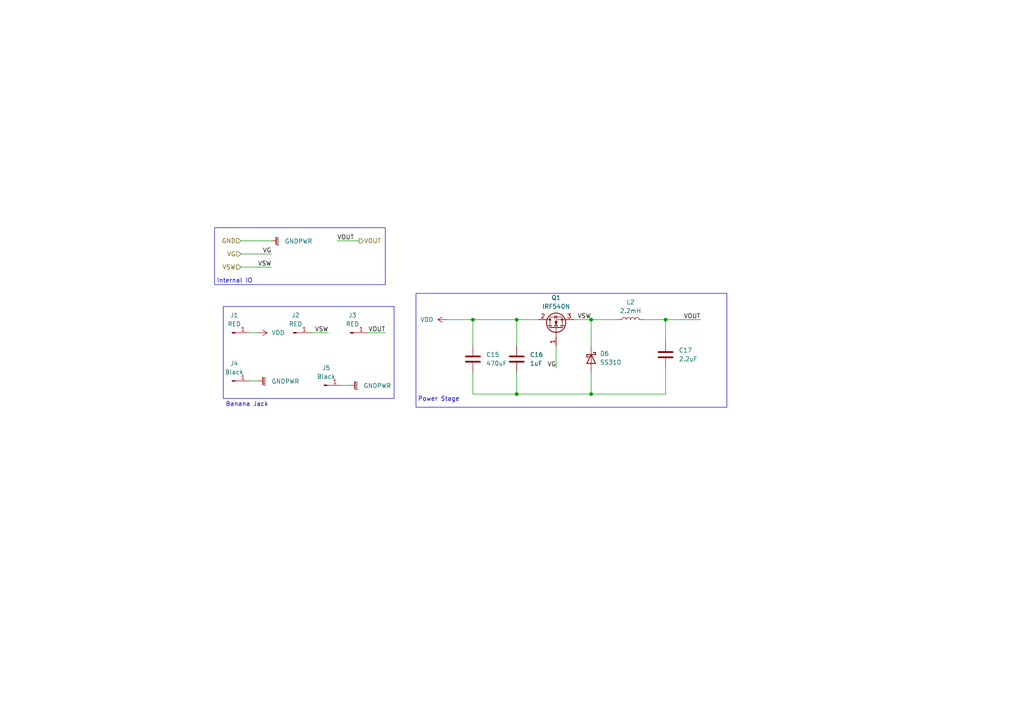
<source format=kicad_sch>
(kicad_sch (version 20231120) (generator "eeschema") (generator_version "8.0")
  (paper "A4")
  (title_block (date "2025-02-21") (rev "1") (company "M.Nguyen B.Patel S.Dupuis"))
  (lib_symbols
    (symbol "Connector:Conn_01x01_Pin" (pin_names (offset 1.016) hide)
      (property "Reference" "J" (at 0 2.54 0))
      (property "Value" "Conn_01x01_Pin" (at 0 -2.54 0))
      (symbol "Conn_01x01_Pin_1_1"
        (polyline (pts (xy 1.27 0) (xy 0.8636 0)) (stroke (width 0.1524)))
        (rectangle (start 0.8636 0.127) (end 0 -0.127) (stroke (width 0.1524)) (fill (type outline)))
        (pin passive line (at 5.08 0 180) (length 3.81) (name "Pin_1") (number "1"))
      )
    )
    (symbol "Device:C" (pin_numbers hide) (pin_names (offset 0.254))
      (property "Reference" "C" (at 0.635 2.54 0))
      (property "Value" "C" (at 0.635 -2.54 0))
      (symbol "C_0_1"
        (polyline (pts (xy -2.032 -0.762) (xy 2.032 -0.762)) (stroke (width 0.508)))
        (polyline (pts (xy -2.032 0.762) (xy 2.032 0.762)) (stroke (width 0.508)))
      )
      (symbol "C_1_1"
        (pin passive line (at 0 3.81 270) (length 2.794) (name "~") (number "1"))
        (pin passive line (at 0 -3.81 90) (length 2.794) (name "~") (number "2"))
      )
    )
    (symbol "Device:L" (pin_numbers hide) (pin_names (offset 1.016) hide)
      (property "Reference" "L" (at -1.27 0 90))
      (property "Value" "L" (at 1.905 0 90))
      (symbol "L_0_1"
        (arc (start 0 -2.54) (mid 0.6323 -1.905) (end 0 -1.27))
        (arc (start 0 -1.27) (mid 0.6323 -0.635) (end 0 0))
        (arc (start 0 0) (mid 0.6323 0.635) (end 0 1.27))
        (arc (start 0 1.27) (mid 0.6323 1.905) (end 0 2.54))
      )
      (symbol "L_1_1"
        (pin passive line (at 0 3.81 270) (length 1.27) (name "1") (number "1"))
        (pin passive line (at 0 -3.81 90) (length 1.27) (name "2") (number "2"))
      )
    )
    (symbol "Diode:SS310" (pin_numbers hide) (pin_names (offset 1.016) hide)
      (property "Reference" "D" (at 0 2.54 0))
      (property "Value" "SS310" (at 0 -2.54 0))
      (symbol "SS310_0_1"
        (polyline (pts (xy 1.27 0) (xy -1.27 0)))
        (polyline (pts (xy 1.27 1.27) (xy 1.27 -1.27) (xy -1.27 0) (xy 1.27 1.27)) (stroke (width 0.254)))
        (polyline (pts (xy -1.905 0.635) (xy -1.905 1.27) (xy -1.27 1.27) (xy -1.27 -1.27) (xy -0.635 -1.27) (xy -0.635 -0.635)) (stroke (width 0.254)))
      )
      (symbol "SS310_1_1"
        (pin passive line (at -3.81 0 0) (length 2.54) (name "K") (number "1"))
        (pin passive line (at 3.81 0 180) (length 2.54) (name "A") (number "2"))
      )
    )
    (symbol "Transistor_FET:IRF540N" (pin_names hide)
      (property "Reference" "Q" (at 5.08 1.905 0))
      (property "Value" "IRF540N" (at 5.08 0 0))
      (symbol "IRF540N_0_1"
        (polyline (pts (xy 0.254 0) (xy -2.54 0)))
        (polyline (pts (xy 0.254 1.905) (xy 0.254 -1.905)) (stroke (width 0.254)))
        (polyline (pts (xy 0.762 -1.27) (xy 0.762 -2.286)) (stroke (width 0.254)))
        (polyline (pts (xy 0.762 0.508) (xy 0.762 -0.508)) (stroke (width 0.254)))
        (polyline (pts (xy 0.762 2.286) (xy 0.762 1.27)) (stroke (width 0.254)))
        (polyline (pts (xy 2.54 2.54) (xy 2.54 1.778)))
        (polyline (pts (xy 2.54 -2.54) (xy 2.54 0) (xy 0.762 0)))
        (polyline (pts (xy 0.762 -1.778) (xy 3.302 -1.778) (xy 3.302 1.778) (xy 0.762 1.778)))
        (polyline (pts (xy 1.016 0) (xy 2.032 0.381) (xy 2.032 -0.381) (xy 1.016 0)) (fill (type outline)))
        (polyline (pts (xy 2.794 0.508) (xy 2.921 0.381) (xy 3.683 0.381) (xy 3.81 0.254)))
        (polyline (pts (xy 3.302 0.381) (xy 2.921 -0.254) (xy 3.683 -0.254) (xy 3.302 0.381)))
        (circle (center 1.651 0) (radius 2.794) (stroke (width 0.254)))
        (circle (center 2.54 -1.778) (radius 0.254) (fill (type outline)))
        (circle (center 2.54 1.778) (radius 0.254) (fill (type outline)))
      )
      (symbol "IRF540N_1_1"
        (pin input line (at -5.08 0 0) (length 2.54) (name "G") (number "1"))
        (pin passive line (at 2.54 5.08 270) (length 2.54) (name "D") (number "2"))
        (pin passive line (at 2.54 -5.08 90) (length 2.54) (name "S") (number "3"))
      )
    )
    (symbol "power:GNDPWR" (power) (pin_numbers hide) (pin_names (offset 0) hide)
      (property "Value" "GNDPWR" (at 0 -3.302 0))
      (symbol "GNDPWR_0_1"
        (polyline (pts (xy 0 -1.27) (xy 0 0)))
        (polyline (pts (xy -1.016 -1.27) (xy -1.27 -2.032) (xy -1.27 -2.032)) (stroke (width 0.2032)))
        (polyline (pts (xy -0.508 -1.27) (xy -0.762 -2.032) (xy -0.762 -2.032)) (stroke (width 0.2032)))
        (polyline (pts (xy 0 -1.27) (xy -0.254 -2.032) (xy -0.254 -2.032)) (stroke (width 0.2032)))
        (polyline (pts (xy 0.508 -1.27) (xy 0.254 -2.032) (xy 0.254 -2.032)) (stroke (width 0.2032)))
        (polyline (pts (xy 1.016 -1.27) (xy -1.016 -1.27) (xy -1.016 -1.27)) (stroke (width 0.2032)))
        (polyline (pts (xy 1.016 -1.27) (xy 0.762 -2.032) (xy 0.762 -2.032) (xy 0.762 -2.032)) (stroke (width 0.2032)))
      )
      (symbol "GNDPWR_1_1"
        (pin power_in line (at 0 0 270) (length 0) (name "~") (number "1"))
      )
    )
    (symbol "power:VDD" (power) (pin_numbers hide) (pin_names (offset 0) hide)
      (property "Value" "VDD" (at 0 3.556 0))
      (symbol "VDD_0_1"
        (polyline (pts (xy -0.762 1.27) (xy 0 2.54)))
        (polyline (pts (xy 0 0) (xy 0 2.54)))
        (polyline (pts (xy 0 2.54) (xy 0.762 1.27)))
      )
      (symbol "VDD_1_1"
        (pin power_in line (at 0 0 90) (length 0) (name "~") (number "1"))
      )
    )
  )
  (junction (at 137.16 92.71))
  (junction (at 193.04 92.71))
  (junction (at 171.45 92.71))
  (junction (at 149.86 92.71))
  (junction (at 171.45 114.3))
  (junction (at 149.86 114.3))
  (wire (pts (xy 161.29 100.33) (xy 161.29 106.68)))
  (wire (pts (xy 129.54 92.71) (xy 137.16 92.71)))
  (wire (pts (xy 137.16 107.95) (xy 137.16 114.3)))
  (wire (pts (xy 171.45 107.95) (xy 171.45 114.3)))
  (wire (pts (xy 69.85 77.47) (xy 78.74 77.47)))
  (wire (pts (xy 171.45 92.71) (xy 171.45 100.33)))
  (wire (pts (xy 193.04 92.71) (xy 203.2 92.71)))
  (wire (pts (xy 193.04 106.68) (xy 193.04 114.3)))
  (wire (pts (xy 69.85 69.85) (xy 78.74 69.85)))
  (wire (pts (xy 99.06 111.76) (xy 101.6 111.76)))
  (wire (pts (xy 186.69 92.71) (xy 193.04 92.71)))
  (wire (pts (xy 137.16 100.33) (xy 137.16 92.71)))
  (wire (pts (xy 72.39 96.52) (xy 74.93 96.52)))
  (wire (pts (xy 72.39 110.49) (xy 74.93 110.49)))
  (wire (pts (xy 171.45 92.71) (xy 179.07 92.71)))
  (wire (pts (xy 137.16 114.3) (xy 149.86 114.3)))
  (wire (pts (xy 149.86 92.71) (xy 149.86 100.33)))
  (wire (pts (xy 149.86 107.95) (xy 149.86 114.3)))
  (wire (pts (xy 137.16 92.71) (xy 149.86 92.71)))
  (wire (pts (xy 69.85 73.66) (xy 78.74 73.66)))
  (wire (pts (xy 193.04 92.71) (xy 193.04 99.06)))
  (wire (pts (xy 149.86 92.71) (xy 156.21 92.71)))
  (wire (pts (xy 166.37 92.71) (xy 171.45 92.71)))
  (wire (pts (xy 106.68 96.52) (xy 111.76 96.52)))
  (wire (pts (xy 171.45 114.3) (xy 149.86 114.3)))
  (wire (pts (xy 97.79 69.85) (xy 104.14 69.85)))
  (wire (pts (xy 90.17 96.52) (xy 95.25 96.52)))
  (wire (pts (xy 193.04 114.3) (xy 171.45 114.3)))
  (rectangle (start 62.23 66.04) (end 111.76 82.55))
  (rectangle (start 64.77 88.9) (end 114.3 115.57))
  (rectangle (start 120.65 85.09) (end 210.82 118.11))
  (text "Banana Jack" (at 71.628 117.348 0) (effects (font (size 1.27 1.27))))
  (text "Power Stage\n" (at 127.254 115.824 0) (effects (font (size 1.27 1.27))))
  (text "Internal IO" (at 68.072 81.534 0) (effects (font (size 1.27 1.27))))
  (label "VOUT" (at 111.76 96.52 180))
  (label "VG" (at 78.74 73.66 180))
  (label "VSW" (at 95.25 96.52 180))
  (label "VOUT" (at 203.2 92.71 180))
  (label "VOUT" (at 97.79 69.85 0))
  (label "VSW" (at 171.45 92.71 180))
  (label "VSW" (at 78.74 77.47 180))
  (label "VG" (at 161.29 106.68 180))
  (hierarchical_label "GND" (shape input) (at 69.85 69.85 180))
  (hierarchical_label "VSW" (shape input) (at 69.85 77.47 180))
  (hierarchical_label "VG" (shape input) (at 69.85 73.66 180))
  (hierarchical_label "VOUT" (shape output) (at 104.14 69.85 0))
  (symbol (lib_id "Connector:Conn_01x01_Pin") (at 85.09 96.52 0) (unit 1)
    (property "Reference" "J2" (at 85.725 91.44 0))
    (property "Value" "RED" (at 85.725 93.98 0))
    (property "Footprint" "Connector:Banana_Jack_1Pin" (effects (hide yes)))
    (property "Description" "Generic connector, single row, 01x01, script generated" (effects (hide yes)))
    (property "Part Number" "BU-P72930-2" (effects (hide yes)))
  )
  (symbol (lib_id "Device:C") (at 193.04 102.87 0) (unit 1)
    (property "Reference" "C17" (at 196.85 101.5999 0) (effects (justify left)))
    (property "Value" "2.2uF" (at 196.85 104.1399 0) (effects (justify left)))
    (property "Footprint" "Capacitor_THT:CP_Radial_D8.0mm_P3.50mm" (effects (hide yes)))
    (property "Description" "Unpolarized capacitor" (effects (hide yes)))
    (property "Part Number" "A759KK225M2EAAE685" (effects (hide yes)))
  )
  (symbol (lib_id "Diode:SS310") (at 171.45 104.14 270) (unit 1)
    (property "Reference" "D6" (at 173.99 102.5524 90) (effects (justify left)))
    (property "Value" "SS310" (at 173.99 105.0924 90) (effects (justify left)))
    (property "Footprint" "Diode_SMD:D_SMA" (effects (hide yes)))
    (property "Datasheet" "https://www.microdiode.com/uploadfiles//PDF/SS32-THRU-SS3200-SMA.pdf" (effects (hide yes)))
    (property "Description" "100V 3A Schottky Diode, SMA" (effects (hide yes)))
    (property "Part Number" "SS310" (effects (hide yes)))
  )
  (symbol (lib_id "Connector:Conn_01x01_Pin") (at 67.31 96.52 0) (unit 1)
    (property "Reference" "J1" (at 67.945 91.44 0))
    (property "Value" "RED" (at 67.945 93.98 0))
    (property "Footprint" "Connector:Banana_Jack_1Pin" (effects (hide yes)))
    (property "Description" "Generic connector, single row, 01x01, script generated" (effects (hide yes)))
    (property "Part Number" "BU-P72930-2" (effects (hide yes)))
  )
  (symbol (lib_id "Connector:Conn_01x01_Pin") (at 67.31 110.49 0) (unit 1)
    (property "Reference" "J4" (at 67.945 105.41 0))
    (property "Value" "Black" (at 67.945 107.95 0))
    (property "Footprint" "Connector:Banana_Jack_1Pin" (effects (hide yes)))
    (property "Description" "Generic connector, single row, 01x01, script generated" (effects (hide yes)))
    (property "Part Number" "BU-P72930-0" (effects (hide yes)))
  )
  (symbol (lib_id "Connector:Conn_01x01_Pin") (at 101.6 96.52 0) (unit 1)
    (property "Reference" "J3" (at 102.235 91.44 0))
    (property "Value" "RED" (at 102.235 93.98 0))
    (property "Footprint" "Connector:Banana_Jack_1Pin" (effects (hide yes)))
    (property "Description" "Generic connector, single row, 01x01, script generated" (effects (hide yes)))
    (property "Part Number" "BU-P72930-2" (effects (hide yes)))
  )
  (symbol (lib_id "Connector:Conn_01x01_Pin") (at 93.98 111.76 0) (unit 1)
    (property "Reference" "J5" (at 94.615 106.68 0))
    (property "Value" "Black" (at 94.615 109.22 0))
    (property "Footprint" "Connector:Banana_Jack_1Pin" (effects (hide yes)))
    (property "Description" "Generic connector, single row, 01x01, script generated" (effects (hide yes)))
    (property "Part Number" "BU-P72930-0" (effects (hide yes)))
  )
  (symbol (lib_id "power:GNDPWR") (at 74.93 110.49 90) (unit 1)
    (property "Reference" "#PWR065" (effects (hide yes)))
    (property "Value" "GNDPWR" (at 78.74 110.6169 90) (effects (justify right)))
    (property "Description" "Power symbol creates a global label with name \"GNDPWR\" , global ground" (effects (hide yes)))
  )
  (symbol (lib_id "Device:C") (at 137.16 104.14 0) (unit 1)
    (property "Reference" "C15" (at 140.97 102.8699 0) (effects (justify left)))
    (property "Value" "470uF" (at 140.97 105.4099 0) (effects (justify left)))
    (property "Footprint" "Capacitor_THT:CP_Radial_D10.0mm_P5.00mm" (effects (hide yes)))
    (property "Description" "Unpolarized capacitor" (effects (hide yes)))
    (property "Part Number" "RPF1018471M050K" (effects (hide yes)))
  )
  (symbol (lib_id "power:VDD") (at 129.54 92.71 90) (unit 1)
    (property "Reference" "#PWR068" (effects (hide yes)))
    (property "Value" "VDD" (at 125.73 92.7099 90) (effects (justify left)))
    (property "Description" "Power symbol creates a global label with name \"VDD\"" (effects (hide yes)))
  )
  (symbol (lib_id "Device:C") (at 149.86 104.14 0) (unit 1)
    (property "Reference" "C16" (at 153.67 102.8699 0) (effects (justify left)))
    (property "Value" "1uF" (at 153.67 105.4099 0) (effects (justify left)))
    (property "Footprint" "Capacitor_SMD:C_1206_3216Metric_Pad1.33x1.80mm_HandSolder" (effects (hide yes)))
    (property "Description" "Unpolarized capacitor" (effects (hide yes)))
    (property "Part Number" "C1206X7R101-105MNE" (effects (hide yes)))
  )
  (symbol (lib_id "power:GNDPWR") (at 101.6 111.76 90) (unit 1)
    (property "Reference" "#PWR066" (effects (hide yes)))
    (property "Value" "GNDPWR" (at 105.41 111.8869 90) (effects (justify right)))
    (property "Description" "Power symbol creates a global label with name \"GNDPWR\" , global ground" (effects (hide yes)))
  )
  (symbol (lib_id "power:VDD") (at 74.93 96.52 270) (unit 1)
    (property "Reference" "#PWR067" (effects (hide yes)))
    (property "Value" "VDD" (at 78.74 96.5199 90) (effects (justify left)))
    (property "Description" "Power symbol creates a global label with name \"VDD\"" (effects (hide yes)))
  )
  (symbol (lib_id "Transistor_FET:IRF540N") (at 161.29 95.25 90) (unit 1)
    (property "Reference" "Q1" (at 161.29 86.36 90))
    (property "Value" "IRF540N" (at 161.29 88.9 90))
    (property "Footprint" "Package_TO_SOT_THT:TO-220-3_Vertical" (effects (hide yes)))
    (property "Datasheet" "http://www.irf.com/product-info/datasheets/data/irf540n.pdf" (effects (hide yes)))
    (property "Description" "33A Id, 100V Vds, HEXFET N-Channel MOSFET, TO-220" (effects (hide yes)))
    (property "Part Number" "IRF540N" (effects (hide yes)))
  )
  (symbol (lib_id "power:GNDPWR") (at 78.74 69.85 90) (unit 1)
    (property "Reference" "#PWR064" (effects (hide yes)))
    (property "Value" "GNDPWR" (at 82.55 69.9769 90) (effects (justify right)))
    (property "Description" "Power symbol creates a global label with name \"GNDPWR\" , global ground" (effects (hide yes)))
  )
  (symbol (lib_id "Device:L") (at 182.88 92.71 90) (unit 1)
    (property "Reference" "L2" (at 182.88 87.63 90))
    (property "Value" "2.2mH" (at 182.88 90.17 90))
    (property "Footprint" "Barrel Inductor AIRD-06-182K:AIRD-06_ABR" (effects (hide yes)))
    (property "Description" "Inductor" (effects (hide yes)))
    (property "Part Number" "AIRD-06-182K" (effects (hide yes)))
  )
)
</source>
